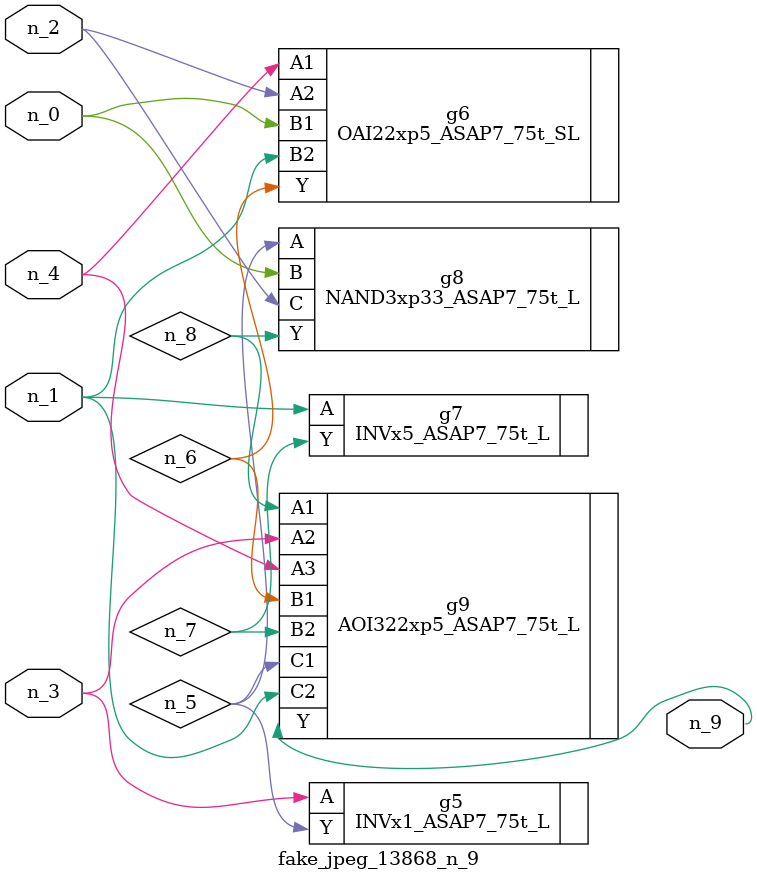
<source format=v>
module fake_jpeg_13868_n_9 (n_3, n_2, n_1, n_0, n_4, n_9);

input n_3;
input n_2;
input n_1;
input n_0;
input n_4;

output n_9;

wire n_8;
wire n_6;
wire n_5;
wire n_7;

INVx1_ASAP7_75t_L g5 ( 
.A(n_3),
.Y(n_5)
);

OAI22xp5_ASAP7_75t_SL g6 ( 
.A1(n_4),
.A2(n_2),
.B1(n_0),
.B2(n_1),
.Y(n_6)
);

INVx5_ASAP7_75t_L g7 ( 
.A(n_1),
.Y(n_7)
);

NAND3xp33_ASAP7_75t_L g8 ( 
.A(n_5),
.B(n_0),
.C(n_2),
.Y(n_8)
);

AOI322xp5_ASAP7_75t_L g9 ( 
.A1(n_8),
.A2(n_3),
.A3(n_4),
.B1(n_6),
.B2(n_7),
.C1(n_5),
.C2(n_1),
.Y(n_9)
);


endmodule
</source>
